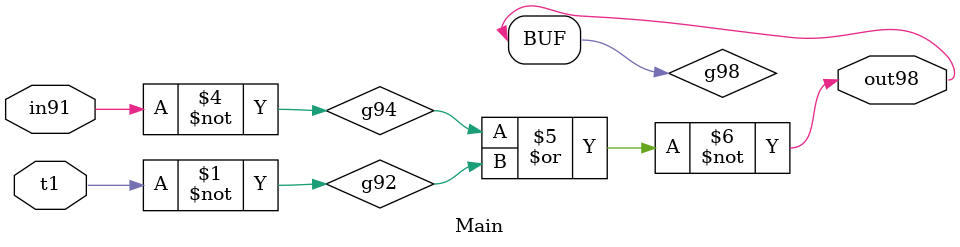
<source format=v>
module Main(t1, in91, out98);
  output out98;
  input t1, in91;  
  
  assign g92 = ~t1;
  assign g93 = t1 ~| in91;
  assign g94 = ~in91;
  assign g98 = g94 ~| g92;
  assign g104 = g93 ~| g98;

  assign out98 = g98;
  
  
  endmodule

</source>
